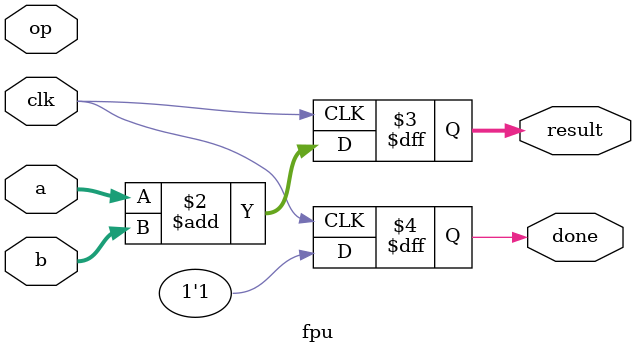
<source format=sv>
module fpu (
    input clk,
    input [31:0] a,
    input [31:0] b,
    input [1:0] op,
    output reg [31:0] result,
    output reg done

);
always @(posedge clk) begin    
    done <= 1'b1;
    result <= a + b;
end
endmodule
</source>
